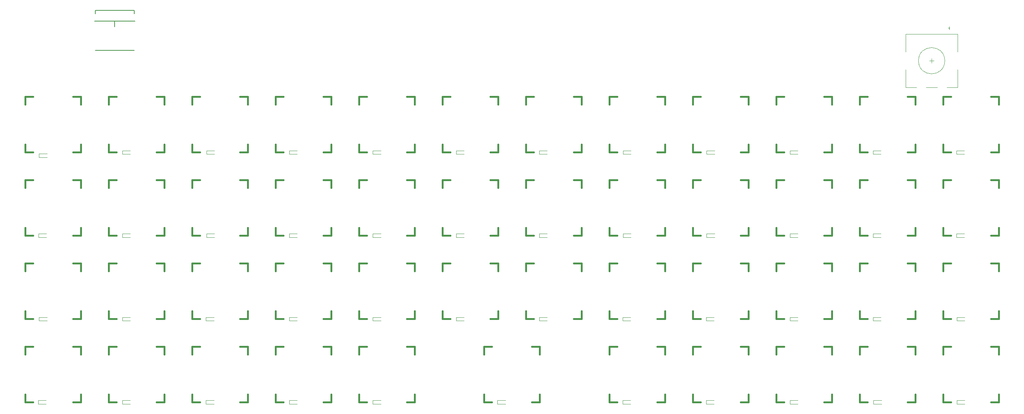
<source format=gbr>
G04 #@! TF.GenerationSoftware,KiCad,Pcbnew,(5.1.0)-1*
G04 #@! TF.CreationDate,2020-10-10T14:24:37-04:00*
G04 #@! TF.ProjectId,rev1.0,72657631-2e30-42e6-9b69-6361645f7063,rev?*
G04 #@! TF.SameCoordinates,Original*
G04 #@! TF.FileFunction,Legend,Top*
G04 #@! TF.FilePolarity,Positive*
%FSLAX46Y46*%
G04 Gerber Fmt 4.6, Leading zero omitted, Abs format (unit mm)*
G04 Created by KiCad (PCBNEW (5.1.0)-1) date 2020-10-10 14:24:37*
%MOMM*%
%LPD*%
G04 APERTURE LIST*
%ADD10C,0.381000*%
%ADD11C,0.150000*%
%ADD12C,0.120000*%
G04 APERTURE END LIST*
D10*
X106045000Y-49657000D02*
X107823000Y-49657000D01*
X116967000Y-49657000D02*
X118745000Y-49657000D01*
X118745000Y-49657000D02*
X118745000Y-51435000D01*
X118745000Y-60579000D02*
X118745000Y-62357000D01*
X118745000Y-62357000D02*
X116967000Y-62357000D01*
X107823000Y-62357000D02*
X106045000Y-62357000D01*
X106045000Y-62357000D02*
X106045000Y-60579000D01*
X106045000Y-51435000D02*
X106045000Y-49657000D01*
X125095000Y-49657000D02*
X126873000Y-49657000D01*
X136017000Y-49657000D02*
X137795000Y-49657000D01*
X137795000Y-49657000D02*
X137795000Y-51435000D01*
X137795000Y-60579000D02*
X137795000Y-62357000D01*
X137795000Y-62357000D02*
X136017000Y-62357000D01*
X126873000Y-62357000D02*
X125095000Y-62357000D01*
X125095000Y-62357000D02*
X125095000Y-60579000D01*
X125095000Y-51435000D02*
X125095000Y-49657000D01*
X29845000Y-49657000D02*
X31623000Y-49657000D01*
X40767000Y-49657000D02*
X42545000Y-49657000D01*
X42545000Y-49657000D02*
X42545000Y-51435000D01*
X42545000Y-60579000D02*
X42545000Y-62357000D01*
X42545000Y-62357000D02*
X40767000Y-62357000D01*
X31623000Y-62357000D02*
X29845000Y-62357000D01*
X29845000Y-62357000D02*
X29845000Y-60579000D01*
X29845000Y-51435000D02*
X29845000Y-49657000D01*
X29845000Y-30607000D02*
X31623000Y-30607000D01*
X40767000Y-30607000D02*
X42545000Y-30607000D01*
X42545000Y-30607000D02*
X42545000Y-32385000D01*
X42545000Y-41529000D02*
X42545000Y-43307000D01*
X42545000Y-43307000D02*
X40767000Y-43307000D01*
X31623000Y-43307000D02*
X29845000Y-43307000D01*
X29845000Y-43307000D02*
X29845000Y-41529000D01*
X29845000Y-32385000D02*
X29845000Y-30607000D01*
D11*
X54917000Y-13335000D02*
X45667000Y-13335000D01*
X54767000Y-19995000D02*
X45817000Y-19995000D01*
X45812000Y-11585000D02*
X45817000Y-10825000D01*
X54767000Y-10825000D02*
X45817000Y-10825000D01*
X54767000Y-10825000D02*
X54772000Y-11585000D01*
X50292000Y-13335000D02*
X50292000Y-14605000D01*
D10*
X29845000Y-87757000D02*
X31623000Y-87757000D01*
X40767000Y-87757000D02*
X42545000Y-87757000D01*
X42545000Y-87757000D02*
X42545000Y-89535000D01*
X42545000Y-98679000D02*
X42545000Y-100457000D01*
X42545000Y-100457000D02*
X40767000Y-100457000D01*
X31623000Y-100457000D02*
X29845000Y-100457000D01*
X29845000Y-100457000D02*
X29845000Y-98679000D01*
X29845000Y-89535000D02*
X29845000Y-87757000D01*
X48895000Y-30607000D02*
X50673000Y-30607000D01*
X59817000Y-30607000D02*
X61595000Y-30607000D01*
X61595000Y-30607000D02*
X61595000Y-32385000D01*
X61595000Y-41529000D02*
X61595000Y-43307000D01*
X61595000Y-43307000D02*
X59817000Y-43307000D01*
X50673000Y-43307000D02*
X48895000Y-43307000D01*
X48895000Y-43307000D02*
X48895000Y-41529000D01*
X48895000Y-32385000D02*
X48895000Y-30607000D01*
X48895000Y-49657000D02*
X50673000Y-49657000D01*
X59817000Y-49657000D02*
X61595000Y-49657000D01*
X61595000Y-49657000D02*
X61595000Y-51435000D01*
X61595000Y-60579000D02*
X61595000Y-62357000D01*
X61595000Y-62357000D02*
X59817000Y-62357000D01*
X50673000Y-62357000D02*
X48895000Y-62357000D01*
X48895000Y-62357000D02*
X48895000Y-60579000D01*
X48895000Y-51435000D02*
X48895000Y-49657000D01*
X48895000Y-68707000D02*
X50673000Y-68707000D01*
X59817000Y-68707000D02*
X61595000Y-68707000D01*
X61595000Y-68707000D02*
X61595000Y-70485000D01*
X61595000Y-79629000D02*
X61595000Y-81407000D01*
X61595000Y-81407000D02*
X59817000Y-81407000D01*
X50673000Y-81407000D02*
X48895000Y-81407000D01*
X48895000Y-81407000D02*
X48895000Y-79629000D01*
X48895000Y-70485000D02*
X48895000Y-68707000D01*
X48895000Y-87757000D02*
X50673000Y-87757000D01*
X59817000Y-87757000D02*
X61595000Y-87757000D01*
X61595000Y-87757000D02*
X61595000Y-89535000D01*
X61595000Y-98679000D02*
X61595000Y-100457000D01*
X61595000Y-100457000D02*
X59817000Y-100457000D01*
X50673000Y-100457000D02*
X48895000Y-100457000D01*
X48895000Y-100457000D02*
X48895000Y-98679000D01*
X48895000Y-89535000D02*
X48895000Y-87757000D01*
X67945000Y-30607000D02*
X69723000Y-30607000D01*
X78867000Y-30607000D02*
X80645000Y-30607000D01*
X80645000Y-30607000D02*
X80645000Y-32385000D01*
X80645000Y-41529000D02*
X80645000Y-43307000D01*
X80645000Y-43307000D02*
X78867000Y-43307000D01*
X69723000Y-43307000D02*
X67945000Y-43307000D01*
X67945000Y-43307000D02*
X67945000Y-41529000D01*
X67945000Y-32385000D02*
X67945000Y-30607000D01*
X67945000Y-49657000D02*
X69723000Y-49657000D01*
X78867000Y-49657000D02*
X80645000Y-49657000D01*
X80645000Y-49657000D02*
X80645000Y-51435000D01*
X80645000Y-60579000D02*
X80645000Y-62357000D01*
X80645000Y-62357000D02*
X78867000Y-62357000D01*
X69723000Y-62357000D02*
X67945000Y-62357000D01*
X67945000Y-62357000D02*
X67945000Y-60579000D01*
X67945000Y-51435000D02*
X67945000Y-49657000D01*
X67945000Y-68707000D02*
X69723000Y-68707000D01*
X78867000Y-68707000D02*
X80645000Y-68707000D01*
X80645000Y-68707000D02*
X80645000Y-70485000D01*
X80645000Y-79629000D02*
X80645000Y-81407000D01*
X80645000Y-81407000D02*
X78867000Y-81407000D01*
X69723000Y-81407000D02*
X67945000Y-81407000D01*
X67945000Y-81407000D02*
X67945000Y-79629000D01*
X67945000Y-70485000D02*
X67945000Y-68707000D01*
X67945000Y-87757000D02*
X69723000Y-87757000D01*
X78867000Y-87757000D02*
X80645000Y-87757000D01*
X80645000Y-87757000D02*
X80645000Y-89535000D01*
X80645000Y-98679000D02*
X80645000Y-100457000D01*
X80645000Y-100457000D02*
X78867000Y-100457000D01*
X69723000Y-100457000D02*
X67945000Y-100457000D01*
X67945000Y-100457000D02*
X67945000Y-98679000D01*
X67945000Y-89535000D02*
X67945000Y-87757000D01*
X86995000Y-30607000D02*
X88773000Y-30607000D01*
X97917000Y-30607000D02*
X99695000Y-30607000D01*
X99695000Y-30607000D02*
X99695000Y-32385000D01*
X99695000Y-41529000D02*
X99695000Y-43307000D01*
X99695000Y-43307000D02*
X97917000Y-43307000D01*
X88773000Y-43307000D02*
X86995000Y-43307000D01*
X86995000Y-43307000D02*
X86995000Y-41529000D01*
X86995000Y-32385000D02*
X86995000Y-30607000D01*
X86995000Y-49657000D02*
X88773000Y-49657000D01*
X97917000Y-49657000D02*
X99695000Y-49657000D01*
X99695000Y-49657000D02*
X99695000Y-51435000D01*
X99695000Y-60579000D02*
X99695000Y-62357000D01*
X99695000Y-62357000D02*
X97917000Y-62357000D01*
X88773000Y-62357000D02*
X86995000Y-62357000D01*
X86995000Y-62357000D02*
X86995000Y-60579000D01*
X86995000Y-51435000D02*
X86995000Y-49657000D01*
X86995000Y-68707000D02*
X88773000Y-68707000D01*
X97917000Y-68707000D02*
X99695000Y-68707000D01*
X99695000Y-68707000D02*
X99695000Y-70485000D01*
X99695000Y-79629000D02*
X99695000Y-81407000D01*
X99695000Y-81407000D02*
X97917000Y-81407000D01*
X88773000Y-81407000D02*
X86995000Y-81407000D01*
X86995000Y-81407000D02*
X86995000Y-79629000D01*
X86995000Y-70485000D02*
X86995000Y-68707000D01*
X86995000Y-87757000D02*
X88773000Y-87757000D01*
X97917000Y-87757000D02*
X99695000Y-87757000D01*
X99695000Y-87757000D02*
X99695000Y-89535000D01*
X99695000Y-98679000D02*
X99695000Y-100457000D01*
X99695000Y-100457000D02*
X97917000Y-100457000D01*
X88773000Y-100457000D02*
X86995000Y-100457000D01*
X86995000Y-100457000D02*
X86995000Y-98679000D01*
X86995000Y-89535000D02*
X86995000Y-87757000D01*
X106045000Y-30607000D02*
X107823000Y-30607000D01*
X116967000Y-30607000D02*
X118745000Y-30607000D01*
X118745000Y-30607000D02*
X118745000Y-32385000D01*
X118745000Y-41529000D02*
X118745000Y-43307000D01*
X118745000Y-43307000D02*
X116967000Y-43307000D01*
X107823000Y-43307000D02*
X106045000Y-43307000D01*
X106045000Y-43307000D02*
X106045000Y-41529000D01*
X106045000Y-32385000D02*
X106045000Y-30607000D01*
X106045000Y-68707000D02*
X107823000Y-68707000D01*
X116967000Y-68707000D02*
X118745000Y-68707000D01*
X118745000Y-68707000D02*
X118745000Y-70485000D01*
X118745000Y-79629000D02*
X118745000Y-81407000D01*
X118745000Y-81407000D02*
X116967000Y-81407000D01*
X107823000Y-81407000D02*
X106045000Y-81407000D01*
X106045000Y-81407000D02*
X106045000Y-79629000D01*
X106045000Y-70485000D02*
X106045000Y-68707000D01*
X106045000Y-87757000D02*
X107823000Y-87757000D01*
X116967000Y-87757000D02*
X118745000Y-87757000D01*
X118745000Y-87757000D02*
X118745000Y-89535000D01*
X118745000Y-98679000D02*
X118745000Y-100457000D01*
X118745000Y-100457000D02*
X116967000Y-100457000D01*
X107823000Y-100457000D02*
X106045000Y-100457000D01*
X106045000Y-100457000D02*
X106045000Y-98679000D01*
X106045000Y-89535000D02*
X106045000Y-87757000D01*
X125095000Y-30607000D02*
X126873000Y-30607000D01*
X136017000Y-30607000D02*
X137795000Y-30607000D01*
X137795000Y-30607000D02*
X137795000Y-32385000D01*
X137795000Y-41529000D02*
X137795000Y-43307000D01*
X137795000Y-43307000D02*
X136017000Y-43307000D01*
X126873000Y-43307000D02*
X125095000Y-43307000D01*
X125095000Y-43307000D02*
X125095000Y-41529000D01*
X125095000Y-32385000D02*
X125095000Y-30607000D01*
X144145000Y-30607000D02*
X145923000Y-30607000D01*
X155067000Y-30607000D02*
X156845000Y-30607000D01*
X156845000Y-30607000D02*
X156845000Y-32385000D01*
X156845000Y-41529000D02*
X156845000Y-43307000D01*
X156845000Y-43307000D02*
X155067000Y-43307000D01*
X145923000Y-43307000D02*
X144145000Y-43307000D01*
X144145000Y-43307000D02*
X144145000Y-41529000D01*
X144145000Y-32385000D02*
X144145000Y-30607000D01*
X144145000Y-49657000D02*
X145923000Y-49657000D01*
X155067000Y-49657000D02*
X156845000Y-49657000D01*
X156845000Y-49657000D02*
X156845000Y-51435000D01*
X156845000Y-60579000D02*
X156845000Y-62357000D01*
X156845000Y-62357000D02*
X155067000Y-62357000D01*
X145923000Y-62357000D02*
X144145000Y-62357000D01*
X144145000Y-62357000D02*
X144145000Y-60579000D01*
X144145000Y-51435000D02*
X144145000Y-49657000D01*
X144145000Y-68707000D02*
X145923000Y-68707000D01*
X155067000Y-68707000D02*
X156845000Y-68707000D01*
X156845000Y-68707000D02*
X156845000Y-70485000D01*
X156845000Y-79629000D02*
X156845000Y-81407000D01*
X156845000Y-81407000D02*
X155067000Y-81407000D01*
X145923000Y-81407000D02*
X144145000Y-81407000D01*
X144145000Y-81407000D02*
X144145000Y-79629000D01*
X144145000Y-70485000D02*
X144145000Y-68707000D01*
X134620000Y-87757000D02*
X136398000Y-87757000D01*
X145542000Y-87757000D02*
X147320000Y-87757000D01*
X147320000Y-87757000D02*
X147320000Y-89535000D01*
X147320000Y-98679000D02*
X147320000Y-100457000D01*
X147320000Y-100457000D02*
X145542000Y-100457000D01*
X136398000Y-100457000D02*
X134620000Y-100457000D01*
X134620000Y-100457000D02*
X134620000Y-98679000D01*
X134620000Y-89535000D02*
X134620000Y-87757000D01*
X163195000Y-30607000D02*
X164973000Y-30607000D01*
X174117000Y-30607000D02*
X175895000Y-30607000D01*
X175895000Y-30607000D02*
X175895000Y-32385000D01*
X175895000Y-41529000D02*
X175895000Y-43307000D01*
X175895000Y-43307000D02*
X174117000Y-43307000D01*
X164973000Y-43307000D02*
X163195000Y-43307000D01*
X163195000Y-43307000D02*
X163195000Y-41529000D01*
X163195000Y-32385000D02*
X163195000Y-30607000D01*
X163195000Y-49657000D02*
X164973000Y-49657000D01*
X174117000Y-49657000D02*
X175895000Y-49657000D01*
X175895000Y-49657000D02*
X175895000Y-51435000D01*
X175895000Y-60579000D02*
X175895000Y-62357000D01*
X175895000Y-62357000D02*
X174117000Y-62357000D01*
X164973000Y-62357000D02*
X163195000Y-62357000D01*
X163195000Y-62357000D02*
X163195000Y-60579000D01*
X163195000Y-51435000D02*
X163195000Y-49657000D01*
X163195000Y-68707000D02*
X164973000Y-68707000D01*
X174117000Y-68707000D02*
X175895000Y-68707000D01*
X175895000Y-68707000D02*
X175895000Y-70485000D01*
X175895000Y-79629000D02*
X175895000Y-81407000D01*
X175895000Y-81407000D02*
X174117000Y-81407000D01*
X164973000Y-81407000D02*
X163195000Y-81407000D01*
X163195000Y-81407000D02*
X163195000Y-79629000D01*
X163195000Y-70485000D02*
X163195000Y-68707000D01*
X163195000Y-87757000D02*
X164973000Y-87757000D01*
X174117000Y-87757000D02*
X175895000Y-87757000D01*
X175895000Y-87757000D02*
X175895000Y-89535000D01*
X175895000Y-98679000D02*
X175895000Y-100457000D01*
X175895000Y-100457000D02*
X174117000Y-100457000D01*
X164973000Y-100457000D02*
X163195000Y-100457000D01*
X163195000Y-100457000D02*
X163195000Y-98679000D01*
X163195000Y-89535000D02*
X163195000Y-87757000D01*
X182245000Y-30607000D02*
X184023000Y-30607000D01*
X193167000Y-30607000D02*
X194945000Y-30607000D01*
X194945000Y-30607000D02*
X194945000Y-32385000D01*
X194945000Y-41529000D02*
X194945000Y-43307000D01*
X194945000Y-43307000D02*
X193167000Y-43307000D01*
X184023000Y-43307000D02*
X182245000Y-43307000D01*
X182245000Y-43307000D02*
X182245000Y-41529000D01*
X182245000Y-32385000D02*
X182245000Y-30607000D01*
X182245000Y-49657000D02*
X184023000Y-49657000D01*
X193167000Y-49657000D02*
X194945000Y-49657000D01*
X194945000Y-49657000D02*
X194945000Y-51435000D01*
X194945000Y-60579000D02*
X194945000Y-62357000D01*
X194945000Y-62357000D02*
X193167000Y-62357000D01*
X184023000Y-62357000D02*
X182245000Y-62357000D01*
X182245000Y-62357000D02*
X182245000Y-60579000D01*
X182245000Y-51435000D02*
X182245000Y-49657000D01*
X182245000Y-68707000D02*
X184023000Y-68707000D01*
X193167000Y-68707000D02*
X194945000Y-68707000D01*
X194945000Y-68707000D02*
X194945000Y-70485000D01*
X194945000Y-79629000D02*
X194945000Y-81407000D01*
X194945000Y-81407000D02*
X193167000Y-81407000D01*
X184023000Y-81407000D02*
X182245000Y-81407000D01*
X182245000Y-81407000D02*
X182245000Y-79629000D01*
X182245000Y-70485000D02*
X182245000Y-68707000D01*
X182245000Y-87757000D02*
X184023000Y-87757000D01*
X193167000Y-87757000D02*
X194945000Y-87757000D01*
X194945000Y-87757000D02*
X194945000Y-89535000D01*
X194945000Y-98679000D02*
X194945000Y-100457000D01*
X194945000Y-100457000D02*
X193167000Y-100457000D01*
X184023000Y-100457000D02*
X182245000Y-100457000D01*
X182245000Y-100457000D02*
X182245000Y-98679000D01*
X182245000Y-89535000D02*
X182245000Y-87757000D01*
X201295000Y-30607000D02*
X203073000Y-30607000D01*
X212217000Y-30607000D02*
X213995000Y-30607000D01*
X213995000Y-30607000D02*
X213995000Y-32385000D01*
X213995000Y-41529000D02*
X213995000Y-43307000D01*
X213995000Y-43307000D02*
X212217000Y-43307000D01*
X203073000Y-43307000D02*
X201295000Y-43307000D01*
X201295000Y-43307000D02*
X201295000Y-41529000D01*
X201295000Y-32385000D02*
X201295000Y-30607000D01*
X201295000Y-49657000D02*
X203073000Y-49657000D01*
X212217000Y-49657000D02*
X213995000Y-49657000D01*
X213995000Y-49657000D02*
X213995000Y-51435000D01*
X213995000Y-60579000D02*
X213995000Y-62357000D01*
X213995000Y-62357000D02*
X212217000Y-62357000D01*
X203073000Y-62357000D02*
X201295000Y-62357000D01*
X201295000Y-62357000D02*
X201295000Y-60579000D01*
X201295000Y-51435000D02*
X201295000Y-49657000D01*
X201295000Y-68707000D02*
X203073000Y-68707000D01*
X212217000Y-68707000D02*
X213995000Y-68707000D01*
X213995000Y-68707000D02*
X213995000Y-70485000D01*
X213995000Y-79629000D02*
X213995000Y-81407000D01*
X213995000Y-81407000D02*
X212217000Y-81407000D01*
X203073000Y-81407000D02*
X201295000Y-81407000D01*
X201295000Y-81407000D02*
X201295000Y-79629000D01*
X201295000Y-70485000D02*
X201295000Y-68707000D01*
X201295000Y-87757000D02*
X203073000Y-87757000D01*
X212217000Y-87757000D02*
X213995000Y-87757000D01*
X213995000Y-87757000D02*
X213995000Y-89535000D01*
X213995000Y-98679000D02*
X213995000Y-100457000D01*
X213995000Y-100457000D02*
X212217000Y-100457000D01*
X203073000Y-100457000D02*
X201295000Y-100457000D01*
X201295000Y-100457000D02*
X201295000Y-98679000D01*
X201295000Y-89535000D02*
X201295000Y-87757000D01*
X220345000Y-30607000D02*
X222123000Y-30607000D01*
X231267000Y-30607000D02*
X233045000Y-30607000D01*
X233045000Y-30607000D02*
X233045000Y-32385000D01*
X233045000Y-41529000D02*
X233045000Y-43307000D01*
X233045000Y-43307000D02*
X231267000Y-43307000D01*
X222123000Y-43307000D02*
X220345000Y-43307000D01*
X220345000Y-43307000D02*
X220345000Y-41529000D01*
X220345000Y-32385000D02*
X220345000Y-30607000D01*
X220345000Y-49657000D02*
X222123000Y-49657000D01*
X231267000Y-49657000D02*
X233045000Y-49657000D01*
X233045000Y-49657000D02*
X233045000Y-51435000D01*
X233045000Y-60579000D02*
X233045000Y-62357000D01*
X233045000Y-62357000D02*
X231267000Y-62357000D01*
X222123000Y-62357000D02*
X220345000Y-62357000D01*
X220345000Y-62357000D02*
X220345000Y-60579000D01*
X220345000Y-51435000D02*
X220345000Y-49657000D01*
X220345000Y-68707000D02*
X222123000Y-68707000D01*
X231267000Y-68707000D02*
X233045000Y-68707000D01*
X233045000Y-68707000D02*
X233045000Y-70485000D01*
X233045000Y-79629000D02*
X233045000Y-81407000D01*
X233045000Y-81407000D02*
X231267000Y-81407000D01*
X222123000Y-81407000D02*
X220345000Y-81407000D01*
X220345000Y-81407000D02*
X220345000Y-79629000D01*
X220345000Y-70485000D02*
X220345000Y-68707000D01*
X220345000Y-87757000D02*
X222123000Y-87757000D01*
X231267000Y-87757000D02*
X233045000Y-87757000D01*
X233045000Y-87757000D02*
X233045000Y-89535000D01*
X233045000Y-98679000D02*
X233045000Y-100457000D01*
X233045000Y-100457000D02*
X231267000Y-100457000D01*
X222123000Y-100457000D02*
X220345000Y-100457000D01*
X220345000Y-100457000D02*
X220345000Y-98679000D01*
X220345000Y-89535000D02*
X220345000Y-87757000D01*
X239395000Y-30607000D02*
X241173000Y-30607000D01*
X250317000Y-30607000D02*
X252095000Y-30607000D01*
X252095000Y-30607000D02*
X252095000Y-32385000D01*
X252095000Y-41529000D02*
X252095000Y-43307000D01*
X252095000Y-43307000D02*
X250317000Y-43307000D01*
X241173000Y-43307000D02*
X239395000Y-43307000D01*
X239395000Y-43307000D02*
X239395000Y-41529000D01*
X239395000Y-32385000D02*
X239395000Y-30607000D01*
X239395000Y-49657000D02*
X241173000Y-49657000D01*
X250317000Y-49657000D02*
X252095000Y-49657000D01*
X252095000Y-49657000D02*
X252095000Y-51435000D01*
X252095000Y-60579000D02*
X252095000Y-62357000D01*
X252095000Y-62357000D02*
X250317000Y-62357000D01*
X241173000Y-62357000D02*
X239395000Y-62357000D01*
X239395000Y-62357000D02*
X239395000Y-60579000D01*
X239395000Y-51435000D02*
X239395000Y-49657000D01*
X239395000Y-68707000D02*
X241173000Y-68707000D01*
X250317000Y-68707000D02*
X252095000Y-68707000D01*
X252095000Y-68707000D02*
X252095000Y-70485000D01*
X252095000Y-79629000D02*
X252095000Y-81407000D01*
X252095000Y-81407000D02*
X250317000Y-81407000D01*
X241173000Y-81407000D02*
X239395000Y-81407000D01*
X239395000Y-81407000D02*
X239395000Y-79629000D01*
X239395000Y-70485000D02*
X239395000Y-68707000D01*
X239395000Y-87757000D02*
X241173000Y-87757000D01*
X250317000Y-87757000D02*
X252095000Y-87757000D01*
X252095000Y-87757000D02*
X252095000Y-89535000D01*
X252095000Y-98679000D02*
X252095000Y-100457000D01*
X252095000Y-100457000D02*
X250317000Y-100457000D01*
X241173000Y-100457000D02*
X239395000Y-100457000D01*
X239395000Y-100457000D02*
X239395000Y-98679000D01*
X239395000Y-89535000D02*
X239395000Y-87757000D01*
X29845000Y-68707000D02*
X31623000Y-68707000D01*
X40767000Y-68707000D02*
X42545000Y-68707000D01*
X42545000Y-68707000D02*
X42545000Y-70485000D01*
X42545000Y-79629000D02*
X42545000Y-81407000D01*
X42545000Y-81407000D02*
X40767000Y-81407000D01*
X31623000Y-81407000D02*
X29845000Y-81407000D01*
X29845000Y-81407000D02*
X29845000Y-79629000D01*
X29845000Y-70485000D02*
X29845000Y-68707000D01*
D12*
X239768000Y-22359000D02*
G75*
G03X239768000Y-22359000I-3000000J0D01*
G01*
X242668000Y-24359000D02*
X242668000Y-28459000D01*
X230868000Y-28459000D02*
X230868000Y-24359000D01*
X230868000Y-20359000D02*
X230868000Y-16259000D01*
X242668000Y-20359000D02*
X242668000Y-16259000D01*
X242668000Y-16259000D02*
X230868000Y-16259000D01*
X240568000Y-14859000D02*
X240868000Y-14559000D01*
X240868000Y-14559000D02*
X240868000Y-15159000D01*
X240868000Y-15159000D02*
X240568000Y-14859000D01*
X242668000Y-28459000D02*
X240268000Y-28459000D01*
X238068000Y-28459000D02*
X235468000Y-28459000D01*
X233268000Y-28459000D02*
X230868000Y-28459000D01*
X237268000Y-22359000D02*
X236268000Y-22359000D01*
X236768000Y-21859000D02*
X236768000Y-22859000D01*
D10*
X125095000Y-68707000D02*
X126873000Y-68707000D01*
X136017000Y-68707000D02*
X137795000Y-68707000D01*
X137795000Y-68707000D02*
X137795000Y-70485000D01*
X137795000Y-79629000D02*
X137795000Y-81407000D01*
X137795000Y-81407000D02*
X136017000Y-81407000D01*
X126873000Y-81407000D02*
X125095000Y-81407000D01*
X125095000Y-81407000D02*
X125095000Y-79629000D01*
X125095000Y-70485000D02*
X125095000Y-68707000D01*
D12*
X33009000Y-44429600D02*
X33009000Y-43609600D01*
X34809000Y-44429600D02*
X33009000Y-44429600D01*
X34809000Y-43609600D02*
X33009000Y-43609600D01*
X52008200Y-43718400D02*
X52008200Y-42898400D01*
X53808200Y-43718400D02*
X52008200Y-43718400D01*
X53808200Y-42898400D02*
X52008200Y-42898400D01*
X73010600Y-42898400D02*
X71210600Y-42898400D01*
X73010600Y-43718400D02*
X71210600Y-43718400D01*
X71210600Y-43718400D02*
X71210600Y-42898400D01*
X223509000Y-100817600D02*
X223509000Y-99997600D01*
X225309000Y-100817600D02*
X223509000Y-100817600D01*
X225309000Y-99997600D02*
X223509000Y-99997600D01*
X91908200Y-42898400D02*
X90108200Y-42898400D01*
X91908200Y-43718400D02*
X90108200Y-43718400D01*
X90108200Y-43718400D02*
X90108200Y-42898400D01*
X109209000Y-43718400D02*
X109209000Y-42898400D01*
X111009000Y-43718400D02*
X109209000Y-43718400D01*
X111009000Y-42898400D02*
X109209000Y-42898400D01*
X130008200Y-42898400D02*
X128208200Y-42898400D01*
X130008200Y-43718400D02*
X128208200Y-43718400D01*
X128208200Y-43718400D02*
X128208200Y-42898400D01*
X147207400Y-43718400D02*
X147207400Y-42898400D01*
X149007400Y-43718400D02*
X147207400Y-43718400D01*
X149007400Y-42898400D02*
X147207400Y-42898400D01*
X168108200Y-42898400D02*
X166308200Y-42898400D01*
X168108200Y-43718400D02*
X166308200Y-43718400D01*
X166308200Y-43718400D02*
X166308200Y-42898400D01*
X185409000Y-43718400D02*
X185409000Y-42898400D01*
X187209000Y-43718400D02*
X185409000Y-43718400D01*
X187209000Y-42898400D02*
X185409000Y-42898400D01*
X206208200Y-42898400D02*
X204408200Y-42898400D01*
X206208200Y-43718400D02*
X204408200Y-43718400D01*
X204408200Y-43718400D02*
X204408200Y-42898400D01*
X223407400Y-43718400D02*
X223407400Y-42898400D01*
X225207400Y-43718400D02*
X223407400Y-43718400D01*
X225207400Y-42898400D02*
X223407400Y-42898400D01*
X242406600Y-43718400D02*
X242406600Y-42898400D01*
X244206600Y-43718400D02*
X242406600Y-43718400D01*
X244206600Y-42898400D02*
X242406600Y-42898400D01*
X34707400Y-61921600D02*
X32907400Y-61921600D01*
X34707400Y-62741600D02*
X32907400Y-62741600D01*
X32907400Y-62741600D02*
X32907400Y-61921600D01*
X52008200Y-62717600D02*
X52008200Y-61897600D01*
X53808200Y-62717600D02*
X52008200Y-62717600D01*
X53808200Y-61897600D02*
X52008200Y-61897600D01*
X71210600Y-62717600D02*
X71210600Y-61897600D01*
X73010600Y-62717600D02*
X71210600Y-62717600D01*
X73010600Y-61897600D02*
X71210600Y-61897600D01*
X91908200Y-61897600D02*
X90108200Y-61897600D01*
X91908200Y-62717600D02*
X90108200Y-62717600D01*
X90108200Y-62717600D02*
X90108200Y-61897600D01*
X111009000Y-61897600D02*
X109209000Y-61897600D01*
X111009000Y-62717600D02*
X109209000Y-62717600D01*
X109209000Y-62717600D02*
X109209000Y-61897600D01*
X128208200Y-62717600D02*
X128208200Y-61897600D01*
X130008200Y-62717600D02*
X128208200Y-62717600D01*
X130008200Y-61897600D02*
X128208200Y-61897600D01*
X149007400Y-61897600D02*
X147207400Y-61897600D01*
X149007400Y-62717600D02*
X147207400Y-62717600D01*
X147207400Y-62717600D02*
X147207400Y-61897600D01*
X166308200Y-62717600D02*
X166308200Y-61897600D01*
X168108200Y-62717600D02*
X166308200Y-62717600D01*
X168108200Y-61897600D02*
X166308200Y-61897600D01*
X187209000Y-61897600D02*
X185409000Y-61897600D01*
X187209000Y-62717600D02*
X185409000Y-62717600D01*
X185409000Y-62717600D02*
X185409000Y-61897600D01*
X204408200Y-62717600D02*
X204408200Y-61897600D01*
X206208200Y-62717600D02*
X204408200Y-62717600D01*
X206208200Y-61897600D02*
X204408200Y-61897600D01*
X225207400Y-61897600D02*
X223407400Y-61897600D01*
X225207400Y-62717600D02*
X223407400Y-62717600D01*
X223407400Y-62717600D02*
X223407400Y-61897600D01*
X244206600Y-61897600D02*
X242406600Y-61897600D01*
X244206600Y-62717600D02*
X242406600Y-62717600D01*
X242406600Y-62717600D02*
X242406600Y-61897600D01*
X33009000Y-81818400D02*
X33009000Y-80998400D01*
X34809000Y-81818400D02*
X33009000Y-81818400D01*
X34809000Y-80998400D02*
X33009000Y-80998400D01*
X53808200Y-80998400D02*
X52008200Y-80998400D01*
X53808200Y-81818400D02*
X52008200Y-81818400D01*
X52008200Y-81818400D02*
X52008200Y-80998400D01*
X72909000Y-80998400D02*
X71109000Y-80998400D01*
X72909000Y-81818400D02*
X71109000Y-81818400D01*
X71109000Y-81818400D02*
X71109000Y-80998400D01*
X90108200Y-81818400D02*
X90108200Y-80998400D01*
X91908200Y-81818400D02*
X90108200Y-81818400D01*
X91908200Y-80998400D02*
X90108200Y-80998400D01*
X111009000Y-80998400D02*
X109209000Y-80998400D01*
X111009000Y-81818400D02*
X109209000Y-81818400D01*
X109209000Y-81818400D02*
X109209000Y-80998400D01*
X130008200Y-80998400D02*
X128208200Y-80998400D01*
X130008200Y-81818400D02*
X128208200Y-81818400D01*
X128208200Y-81818400D02*
X128208200Y-80998400D01*
X149007400Y-80998400D02*
X147207400Y-80998400D01*
X149007400Y-81818400D02*
X147207400Y-81818400D01*
X147207400Y-81818400D02*
X147207400Y-80998400D01*
X166206600Y-81818400D02*
X166206600Y-80998400D01*
X168006600Y-81818400D02*
X166206600Y-81818400D01*
X168006600Y-80998400D02*
X166206600Y-80998400D01*
X187107400Y-80998400D02*
X185307400Y-80998400D01*
X187107400Y-81818400D02*
X185307400Y-81818400D01*
X185307400Y-81818400D02*
X185307400Y-80998400D01*
X204408200Y-81818400D02*
X204408200Y-80998400D01*
X206208200Y-81818400D02*
X204408200Y-81818400D01*
X206208200Y-80998400D02*
X204408200Y-80998400D01*
X223407400Y-81818400D02*
X223407400Y-80998400D01*
X225207400Y-81818400D02*
X223407400Y-81818400D01*
X225207400Y-80998400D02*
X223407400Y-80998400D01*
X244308200Y-80998400D02*
X242508200Y-80998400D01*
X244308200Y-81818400D02*
X242508200Y-81818400D01*
X242508200Y-81818400D02*
X242508200Y-80998400D01*
X32805800Y-100817600D02*
X32805800Y-99997600D01*
X34605800Y-100817600D02*
X32805800Y-100817600D01*
X34605800Y-99997600D02*
X32805800Y-99997600D01*
X53808200Y-99997600D02*
X52008200Y-99997600D01*
X53808200Y-100817600D02*
X52008200Y-100817600D01*
X52008200Y-100817600D02*
X52008200Y-99997600D01*
X71109000Y-100817600D02*
X71109000Y-99997600D01*
X72909000Y-100817600D02*
X71109000Y-100817600D01*
X72909000Y-99997600D02*
X71109000Y-99997600D01*
X91908200Y-99997600D02*
X90108200Y-99997600D01*
X91908200Y-100817600D02*
X90108200Y-100817600D01*
X90108200Y-100817600D02*
X90108200Y-99997600D01*
X111009000Y-99997600D02*
X109209000Y-99997600D01*
X111009000Y-100817600D02*
X109209000Y-100817600D01*
X109209000Y-100817600D02*
X109209000Y-99997600D01*
X137657000Y-100817600D02*
X137657000Y-99997600D01*
X139457000Y-100817600D02*
X137657000Y-100817600D01*
X139457000Y-99997600D02*
X137657000Y-99997600D01*
X166206600Y-100817600D02*
X166206600Y-99997600D01*
X168006600Y-100817600D02*
X166206600Y-100817600D01*
X168006600Y-99997600D02*
X166206600Y-99997600D01*
X185307400Y-100817600D02*
X185307400Y-99997600D01*
X187107400Y-100817600D02*
X185307400Y-100817600D01*
X187107400Y-99997600D02*
X185307400Y-99997600D01*
X206208200Y-99997600D02*
X204408200Y-99997600D01*
X206208200Y-100817600D02*
X204408200Y-100817600D01*
X204408200Y-100817600D02*
X204408200Y-99997600D01*
X244308200Y-99997600D02*
X242508200Y-99997600D01*
X244308200Y-100817600D02*
X242508200Y-100817600D01*
X242508200Y-100817600D02*
X242508200Y-99997600D01*
D11*
M02*

</source>
